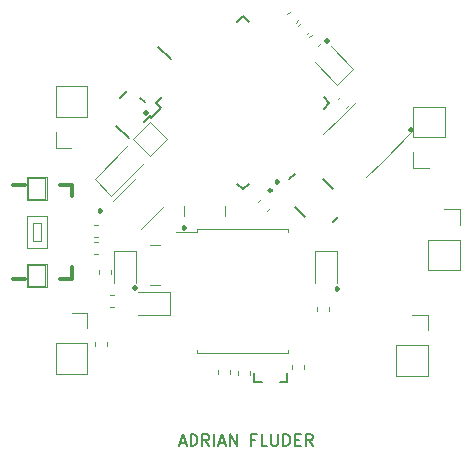
<source format=gbr>
G04 #@! TF.GenerationSoftware,KiCad,Pcbnew,(5.1.6)-1*
G04 #@! TF.CreationDate,2020-09-19T09:47:57+02:00*
G04 #@! TF.ProjectId,ArduinoProMicroUSB,41726475-696e-46f5-9072-6f4d6963726f,rev?*
G04 #@! TF.SameCoordinates,Original*
G04 #@! TF.FileFunction,Legend,Top*
G04 #@! TF.FilePolarity,Positive*
%FSLAX46Y46*%
G04 Gerber Fmt 4.6, Leading zero omitted, Abs format (unit mm)*
G04 Created by KiCad (PCBNEW (5.1.6)-1) date 2020-09-19 09:47:57*
%MOMM*%
%LPD*%
G01*
G04 APERTURE LIST*
%ADD10C,0.300000*%
%ADD11C,0.200000*%
%ADD12C,0.150000*%
%ADD13C,0.120000*%
%ADD14C,0.304800*%
%ADD15C,0.066040*%
%ADD16C,0.203200*%
%ADD17C,0.254000*%
G04 APERTURE END LIST*
D10*
X177927000Y-45239714D02*
X177998428Y-45311142D01*
X177927000Y-45382571D01*
X177855571Y-45311142D01*
X177927000Y-45239714D01*
X177927000Y-45382571D01*
X173736000Y-57177714D02*
X173807428Y-57249142D01*
X173736000Y-57320571D01*
X173664571Y-57249142D01*
X173736000Y-57177714D01*
X173736000Y-57320571D01*
X158750000Y-59654214D02*
X158821428Y-59725642D01*
X158750000Y-59797071D01*
X158678571Y-59725642D01*
X158750000Y-59654214D01*
X158750000Y-59797071D01*
X161671000Y-66131214D02*
X161742428Y-66202642D01*
X161671000Y-66274071D01*
X161599571Y-66202642D01*
X161671000Y-66131214D01*
X161671000Y-66274071D01*
X178816000Y-66258214D02*
X178887428Y-66329642D01*
X178816000Y-66401071D01*
X178744571Y-66329642D01*
X178816000Y-66258214D01*
X178816000Y-66401071D01*
X165862000Y-61051214D02*
X165933428Y-61122642D01*
X165862000Y-61194071D01*
X165790571Y-61122642D01*
X165862000Y-61051214D01*
X165862000Y-61194071D01*
X185039000Y-52732714D02*
X185110428Y-52804142D01*
X185039000Y-52875571D01*
X184967571Y-52804142D01*
X185039000Y-52732714D01*
X185039000Y-52875571D01*
X162623500Y-51335714D02*
X162694928Y-51407142D01*
X162623500Y-51478571D01*
X162552071Y-51407142D01*
X162623500Y-51335714D01*
X162623500Y-51478571D01*
D11*
X165488052Y-79300366D02*
X165964242Y-79300366D01*
X165392814Y-79586080D02*
X165726147Y-78586080D01*
X166059480Y-79586080D01*
X166392814Y-79586080D02*
X166392814Y-78586080D01*
X166630909Y-78586080D01*
X166773766Y-78633700D01*
X166869004Y-78728938D01*
X166916623Y-78824176D01*
X166964242Y-79014652D01*
X166964242Y-79157509D01*
X166916623Y-79347985D01*
X166869004Y-79443223D01*
X166773766Y-79538461D01*
X166630909Y-79586080D01*
X166392814Y-79586080D01*
X167964242Y-79586080D02*
X167630909Y-79109890D01*
X167392814Y-79586080D02*
X167392814Y-78586080D01*
X167773766Y-78586080D01*
X167869004Y-78633700D01*
X167916623Y-78681319D01*
X167964242Y-78776557D01*
X167964242Y-78919414D01*
X167916623Y-79014652D01*
X167869004Y-79062271D01*
X167773766Y-79109890D01*
X167392814Y-79109890D01*
X168392814Y-79586080D02*
X168392814Y-78586080D01*
X168821385Y-79300366D02*
X169297576Y-79300366D01*
X168726147Y-79586080D02*
X169059480Y-78586080D01*
X169392814Y-79586080D01*
X169726147Y-79586080D02*
X169726147Y-78586080D01*
X170297576Y-79586080D01*
X170297576Y-78586080D01*
X171869004Y-79062271D02*
X171535671Y-79062271D01*
X171535671Y-79586080D02*
X171535671Y-78586080D01*
X172011861Y-78586080D01*
X172869004Y-79586080D02*
X172392814Y-79586080D01*
X172392814Y-78586080D01*
X173202338Y-78586080D02*
X173202338Y-79395604D01*
X173249957Y-79490842D01*
X173297576Y-79538461D01*
X173392814Y-79586080D01*
X173583290Y-79586080D01*
X173678528Y-79538461D01*
X173726147Y-79490842D01*
X173773766Y-79395604D01*
X173773766Y-78586080D01*
X174249957Y-79586080D02*
X174249957Y-78586080D01*
X174488052Y-78586080D01*
X174630909Y-78633700D01*
X174726147Y-78728938D01*
X174773766Y-78824176D01*
X174821385Y-79014652D01*
X174821385Y-79157509D01*
X174773766Y-79347985D01*
X174726147Y-79443223D01*
X174630909Y-79538461D01*
X174488052Y-79586080D01*
X174249957Y-79586080D01*
X175249957Y-79062271D02*
X175583290Y-79062271D01*
X175726147Y-79586080D02*
X175249957Y-79586080D01*
X175249957Y-78586080D01*
X175726147Y-78586080D01*
X176726147Y-79586080D02*
X176392814Y-79109890D01*
X176154719Y-79586080D02*
X176154719Y-78586080D01*
X176535671Y-78586080D01*
X176630909Y-78633700D01*
X176678528Y-78681319D01*
X176726147Y-78776557D01*
X176726147Y-78919414D01*
X176678528Y-79014652D01*
X176630909Y-79062271D01*
X176535671Y-79109890D01*
X176154719Y-79109890D01*
D12*
X163903031Y-50952586D02*
X163001470Y-51854148D01*
X170815000Y-43227445D02*
X170337703Y-43704742D01*
X178133555Y-50546000D02*
X177656258Y-51023297D01*
X170815000Y-57864555D02*
X171292297Y-57387258D01*
X163496445Y-50546000D02*
X163973742Y-50068703D01*
X170815000Y-57864555D02*
X170337703Y-57387258D01*
X178133555Y-50546000D02*
X177656258Y-50068703D01*
X170815000Y-43227445D02*
X171292297Y-43704742D01*
X163496445Y-50546000D02*
X163903031Y-50952586D01*
D13*
X166955000Y-61454100D02*
X165140000Y-61454100D01*
X166955000Y-61199100D02*
X166955000Y-61454100D01*
X170815000Y-61199100D02*
X166955000Y-61199100D01*
X174675000Y-61199100D02*
X174675000Y-61454100D01*
X170815000Y-61199100D02*
X174675000Y-61199100D01*
X166955000Y-71719100D02*
X166955000Y-71464100D01*
X170815000Y-71719100D02*
X166955000Y-71719100D01*
X174675000Y-71719100D02*
X174675000Y-71464100D01*
X170815000Y-71719100D02*
X174675000Y-71719100D01*
X164626000Y-66540500D02*
X161941000Y-66540500D01*
X164626000Y-68460500D02*
X164626000Y-66540500D01*
X161941000Y-68460500D02*
X164626000Y-68460500D01*
D14*
X152354280Y-65465960D02*
X151353520Y-65465960D01*
X152354280Y-57470040D02*
X151353520Y-57470040D01*
X156352240Y-65465960D02*
X156352240Y-64467740D01*
X155351480Y-65465960D02*
X156352240Y-65465960D01*
X156352240Y-57470040D02*
X156352240Y-58468260D01*
X155351480Y-57475120D02*
X155351480Y-57470040D01*
X156331920Y-57475120D02*
X155351480Y-57475120D01*
D15*
X152504140Y-62816740D02*
X152504140Y-60119260D01*
X152504140Y-60119260D02*
X154200860Y-60119260D01*
X154200860Y-62816740D02*
X154200860Y-60119260D01*
X152504140Y-62816740D02*
X154200860Y-62816740D01*
X152504140Y-66151760D02*
X152504140Y-64150240D01*
X152504140Y-64150240D02*
X154200860Y-64150240D01*
X154200860Y-66151760D02*
X154200860Y-64150240D01*
X152504140Y-66151760D02*
X154200860Y-66151760D01*
X152504140Y-58785760D02*
X152504140Y-56784240D01*
X152504140Y-56784240D02*
X154200860Y-56784240D01*
X154200860Y-58785760D02*
X154200860Y-56784240D01*
X152504140Y-58785760D02*
X154200860Y-58785760D01*
X152603200Y-66050160D02*
X152603200Y-64251840D01*
X152603200Y-64251840D02*
X154101800Y-64251840D01*
X154101800Y-66050160D02*
X154101800Y-64251840D01*
X152603200Y-66050160D02*
X154101800Y-66050160D01*
X153004520Y-62217300D02*
X153004520Y-60718700D01*
X153004520Y-60718700D02*
X153700480Y-60718700D01*
X153700480Y-62217300D02*
X153700480Y-60718700D01*
X153004520Y-62217300D02*
X153700480Y-62217300D01*
X152603200Y-58684160D02*
X152603200Y-56885840D01*
X152603200Y-56885840D02*
X154101800Y-56885840D01*
X154101800Y-58684160D02*
X154101800Y-56885840D01*
X152603200Y-58684160D02*
X154101800Y-58684160D01*
D13*
X180178297Y-47657565D02*
X178279716Y-45758984D01*
X178820652Y-49015210D02*
X180178297Y-47657565D01*
X176922071Y-47116629D02*
X178820652Y-49015210D01*
D16*
X160070809Y-52465560D02*
X161148440Y-53543191D01*
X164732667Y-46847464D02*
X163655036Y-45769833D01*
D13*
X158269677Y-56978109D02*
X161027393Y-54220393D01*
X159683891Y-58392323D02*
X162441607Y-55634607D01*
X158269677Y-56978109D02*
X159683891Y-58392323D01*
X178810800Y-65770000D02*
X178810800Y-63085000D01*
X178810800Y-63085000D02*
X176890800Y-63085000D01*
X176890800Y-63085000D02*
X176890800Y-65770000D01*
X159885500Y-63085000D02*
X159885500Y-65770000D01*
X161805500Y-63085000D02*
X159885500Y-63085000D01*
X161805500Y-65770000D02*
X161805500Y-63085000D01*
X162204724Y-61257081D02*
X164165181Y-59296624D01*
X159786419Y-58838776D02*
X161746876Y-56878319D01*
X186515700Y-62115700D02*
X189175700Y-62115700D01*
X186515700Y-62115700D02*
X186515700Y-64715700D01*
X186515700Y-64715700D02*
X189175700Y-64715700D01*
X189175700Y-62115700D02*
X189175700Y-64715700D01*
X189175700Y-59515700D02*
X189175700Y-60845700D01*
X187845700Y-59515700D02*
X189175700Y-59515700D01*
D16*
X171790360Y-74180700D02*
X171790360Y-73383140D01*
X172392340Y-74180700D02*
X171790360Y-74180700D01*
X174589440Y-74180700D02*
X174589440Y-73383140D01*
X173987460Y-74180700D02*
X174589440Y-74180700D01*
D13*
X168717500Y-73505279D02*
X168717500Y-73179721D01*
X169737500Y-73505279D02*
X169737500Y-73179721D01*
X159865279Y-66800000D02*
X159539721Y-66800000D01*
X159865279Y-67820000D02*
X159539721Y-67820000D01*
X171426600Y-73568779D02*
X171426600Y-73243221D01*
X170406600Y-73568779D02*
X170406600Y-73243221D01*
X172117273Y-58949178D02*
X172347478Y-58718973D01*
X172838522Y-59670427D02*
X173068727Y-59440222D01*
X158531779Y-61914500D02*
X158206221Y-61914500D01*
X158531779Y-60894500D02*
X158206221Y-60894500D01*
X179569522Y-50958227D02*
X179799727Y-50728022D01*
X178848273Y-50236978D02*
X179078478Y-50006773D01*
X158531779Y-62291500D02*
X158206221Y-62291500D01*
X158531779Y-63311500D02*
X158206221Y-63311500D01*
X175004000Y-72747921D02*
X175004000Y-73073479D01*
X176024000Y-72747921D02*
X176024000Y-73073479D01*
X178144900Y-68183979D02*
X178144900Y-67858421D01*
X177124900Y-68183979D02*
X177124900Y-67858421D01*
X159641000Y-64734221D02*
X159641000Y-65059779D01*
X158621000Y-64734221D02*
X158621000Y-65059779D01*
X158303500Y-70766721D02*
X158303500Y-71092279D01*
X159323500Y-70766721D02*
X159323500Y-71092279D01*
X176446927Y-44517722D02*
X176216722Y-44747927D01*
X175725678Y-43796473D02*
X175495473Y-44026678D01*
X175507127Y-43539822D02*
X175276922Y-43770027D01*
X174785878Y-42818573D02*
X174555673Y-43048778D01*
X176678178Y-44761673D02*
X176447973Y-44991878D01*
X177399427Y-45482922D02*
X177169222Y-45713127D01*
X162985500Y-62554700D02*
X163785500Y-62554700D01*
X162985500Y-65994700D02*
X163785500Y-65994700D01*
X169283800Y-60102700D02*
X169283800Y-59302700D01*
X165843800Y-60102700D02*
X165843800Y-59302700D01*
X164399631Y-53615790D02*
X162962790Y-55052631D01*
X162962790Y-52178949D02*
X164399631Y-53615790D01*
X161525949Y-53615790D02*
X162962790Y-52178949D01*
X162962790Y-55052631D02*
X161525949Y-53615790D01*
X183797900Y-71069200D02*
X186457900Y-71069200D01*
X183797900Y-71069200D02*
X183797900Y-73669200D01*
X183797900Y-73669200D02*
X186457900Y-73669200D01*
X186457900Y-71069200D02*
X186457900Y-73669200D01*
X186457900Y-68469200D02*
X186457900Y-69799200D01*
X185127900Y-68469200D02*
X186457900Y-68469200D01*
X156324300Y-68304100D02*
X157654300Y-68304100D01*
X157654300Y-68304100D02*
X157654300Y-69634100D01*
X157654300Y-70904100D02*
X157654300Y-73504100D01*
X154994300Y-73504100D02*
X157654300Y-73504100D01*
X154994300Y-70904100D02*
X154994300Y-73504100D01*
X154994300Y-70904100D02*
X157654300Y-70904100D01*
X156298900Y-54339800D02*
X154968900Y-54339800D01*
X154968900Y-54339800D02*
X154968900Y-53009800D01*
X154968900Y-51739800D02*
X154968900Y-49139800D01*
X157628900Y-49139800D02*
X154968900Y-49139800D01*
X157628900Y-51739800D02*
X157628900Y-49139800D01*
X157628900Y-51739800D02*
X154968900Y-51739800D01*
X186575700Y-56054300D02*
X185245700Y-56054300D01*
X185245700Y-56054300D02*
X185245700Y-54724300D01*
X185245700Y-53454300D02*
X185245700Y-50854300D01*
X187905700Y-50854300D02*
X185245700Y-50854300D01*
X187905700Y-53454300D02*
X187905700Y-50854300D01*
X187905700Y-53454300D02*
X185245700Y-53454300D01*
D16*
X162118855Y-50101974D02*
X162496026Y-50479145D01*
X160425179Y-50161244D02*
X161032244Y-49554179D01*
X163043821Y-51565756D02*
X162436756Y-52172821D01*
D13*
X182634795Y-55436617D02*
X185074314Y-52997099D01*
X182634795Y-55436617D02*
X181255937Y-56815476D01*
X179014409Y-51816231D02*
X180393267Y-50437372D01*
X179014409Y-51816231D02*
X177635550Y-53195089D01*
D16*
X175183974Y-56535806D02*
X174760106Y-56959674D01*
X176031710Y-60210526D02*
X175183974Y-59362790D01*
X178858694Y-60210526D02*
X178434826Y-60634394D01*
X177587090Y-56959674D02*
X178434826Y-57807410D01*
D17*
X173254496Y-57956482D02*
G75*
G03*
X173254496Y-57956482I-127001J0D01*
G01*
M02*

</source>
